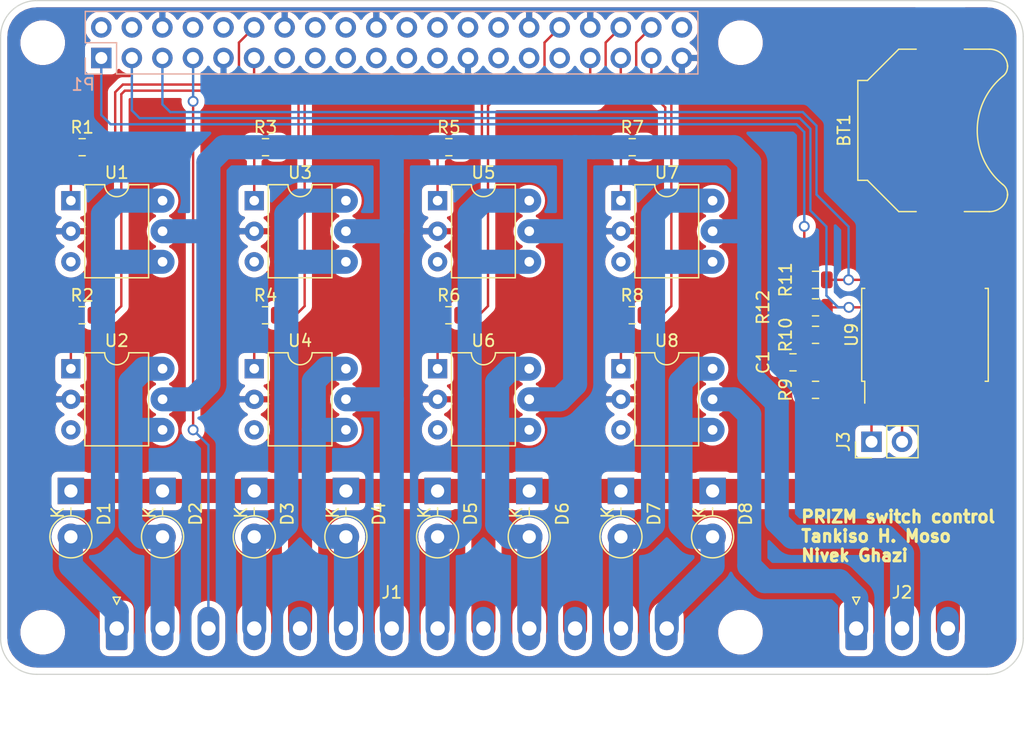
<source format=kicad_pcb>
(kicad_pcb (version 20171130) (host pcbnew 5.1.2-f72e74a~84~ubuntu19.04.1)
  (title_block (date "15 nov 2012"))
  (layers (0 F.Cu signal) (31 B.Cu signal) (34 B.Paste user) (35 F.Paste user) (36 B.SilkS user) (37 F.SilkS user) (38 B.Mask user) (39 F.Mask user) (44 Edge.Cuts user))
  (net 0 "")
  (net 1 +3V3)
  (net 2 +5V)
  (net 3 GND)
  (net 4 /GPIO5)
  (net 5 /GPIO6)
  (net 6 /GPIO26)
  (net 7 "/GPIO2(SDA1)")
  (net 8 "/GPIO3(SCL1)")
  (net 9 "/GPIO14(TXD0)")
  (net 10 "/GPIO15(RXD0)")
  (net 11 "/GPIO17(GEN0)")
  (net 12 "/GPIO12(PWM0)")
  (net 13 "/GPIO13(PWM1)")
  (net 14 "/GPIO19(SPI1_MISO)")
  (net 15 /GPIO16)
  (net 16 "/GPIO20(SPI1_MOSI)")
  (net 17 "/GPIO21(SPI1_SCK)")
  (net 18 "Net-(U1-Pad3)")
  (net 19 "Net-(U2-Pad3)")
  (net 20 "Net-(U3-Pad3)")
  (net 21 "Net-(U4-Pad3)")
  (net 22 "Net-(U5-Pad3)")
  (net 23 "Net-(U6-Pad3)")
  (net 24 "Net-(U7-Pad3)")
  (net 25 "Net-(U8-Pad3)")
  (net 26 "Net-(U9-Pad4)")
  (net 27 /POS1)
  (net 28 /POS2)
  (net 29 /POS3)
  (net 30 /POS4)
  (net 31 /POS5)
  (net 32 /POS6)
  (net 33 /RESET)
  (net 34 /NOISE-DIODE)
  (net 35 +12V)
  (net 36 "Net-(R1-Pad1)")
  (net 37 "Net-(R2-Pad1)")
  (net 38 "Net-(R3-Pad1)")
  (net 39 "Net-(R4-Pad1)")
  (net 40 "Net-(R5-Pad1)")
  (net 41 "Net-(R6-Pad1)")
  (net 42 "Net-(R7-Pad1)")
  (net 43 "Net-(R8-Pad1)")
  (net 44 +15V)
  (net 45 /ONE-WIRE)
  (net 46 "Net-(P1-Pad13)")
  (net 47 "Net-(P1-Pad15)")
  (net 48 "Net-(P1-Pad16)")
  (net 49 "Net-(P1-Pad18)")
  (net 50 "Net-(P1-Pad19)")
  (net 51 "Net-(P1-Pad21)")
  (net 52 "Net-(P1-Pad22)")
  (net 53 "Net-(P1-Pad23)")
  (net 54 "Net-(P1-Pad24)")
  (net 55 "Net-(P1-Pad26)")
  (net 56 "Net-(P1-Pad27)")
  (net 57 "Net-(P1-Pad28)")
  (net 58 "Net-(BT1-Pad1)")
  (net 59 "Net-(J3-Pad2)")
  (net 60 "Net-(J3-Pad1)")
  (net 61 GNDA)
  (net 62 "/GPIO18(GEN1)(PWM0)")
  (module Connector_Phoenix_MC:PhoenixContact_MC_1,5_3-G-3.81_1x03_P3.81mm_Horizontal (layer F.Cu) (at 271.12 146.19)
    (fp_text reference J2 (at 3.81 -3) (layer F.SilkS))
    (fp_text value Conn_01x03)
    (pad 3 thru_hole oval (at 7.62 0) (size 1.8 3.6) (drill 1.2) (layers *.Cu *.Mask) (net 61 GNDA))
    (pad 2 thru_hole oval (at 3.81 0) (size 1.8 3.6) (drill 1.2) (layers *.Cu *.Mask) (net 35 +12V))
    (pad 1 thru_hole roundrect (at 0 0) (size 1.8 3.6) (drill 1.2) (layers *.Cu *.Mask) (roundrect_rratio 0.138889) (net 44 +15V))
  )
  (module Connector_Phoenix_MC:PhoenixContact_MC_1,5_13-G-3.81_1x13_P3.81mm_Horizontal (layer F.Cu) (at 209.652 146.19)
    (fp_text reference J1 (at 22.86 -3) (layer F.SilkS))
    (fp_text value Conn_01x13)
    (pad 1 thru_hole roundrect (at 0 0) (size 1.8 3.6) (drill 1.2) (layers *.Cu *.Mask) (roundrect_rratio 0.138889) (net 27 /POS1))
    (pad 2 thru_hole oval (at 3.81 0) (size 1.8 3.6) (drill 1.2) (layers *.Cu *.Mask) (net 28 /POS2))
    (pad 3 thru_hole oval (at 7.62 0) (size 1.8 3.6) (drill 1.2) (layers *.Cu *.Mask) (net 45 /ONE-WIRE))
    (pad 4 thru_hole oval (at 11.43 0) (size 1.8 3.6) (drill 1.2) (layers *.Cu *.Mask) (net 29 /POS3))
    (pad 5 thru_hole oval (at 15.24 0) (size 1.8 3.6) (drill 1.2) (layers *.Cu *.Mask) (net 61 GNDA))
    (pad 6 thru_hole oval (at 19.05 0) (size 1.8 3.6) (drill 1.2) (layers *.Cu *.Mask) (net 30 /POS4))
    (pad 7 thru_hole oval (at 22.86 0) (size 1.8 3.6) (drill 1.2) (layers *.Cu *.Mask) (net 35 +12V))
    (pad 8 thru_hole oval (at 26.67 0) (size 1.8 3.6) (drill 1.2) (layers *.Cu *.Mask) (net 31 /POS5))
    (pad 9 thru_hole oval (at 30.48 0) (size 1.8 3.6) (drill 1.2) (layers *.Cu *.Mask) (net 61 GNDA))
    (pad 10 thru_hole oval (at 34.29 0) (size 1.8 3.6) (drill 1.2) (layers *.Cu *.Mask) (net 32 /POS6))
    (pad 11 thru_hole oval (at 38.1 0) (size 1.8 3.6) (drill 1.2) (layers *.Cu *.Mask) (net 61 GNDA))
    (pad 12 thru_hole oval (at 41.91 0) (size 1.8 3.6) (drill 1.2) (layers *.Cu *.Mask) (net 33 /RESET))
    (pad 13 thru_hole oval (at 45.72 0) (size 1.8 3.6) (drill 1.2) (layers *.Cu *.Mask) (net 34 /NOISE-DIODE))
  )
  (module Diode_THT:D_DO-41_SOD81_P3.81mm_Vertical_KathodeUp (layer F.Cu) (at 213.462 134.76 270)
    (fp_text reference D2 (at 1.905 -2.750635 90) (layer F.SilkS))
    (fp_text value D_ALT)
    (fp_text user K (at 1.8 1.1 90) (layer F.SilkS))
    (pad 1 thru_hole rect (at 0 0 270) (size 2.2 2.2) (drill 1.1) (layers *.Cu *.Mask) (net 61 GNDA))
    (pad 2 thru_hole oval (at 3.81 0 270) (size 2.2 2.2) (drill 1.1) (layers *.Cu *.Mask) (net 28 /POS2))
  )
  (module Diode_THT:D_DO-41_SOD81_P3.81mm_Vertical_KathodeUp (layer F.Cu) (at 259.182 134.76 270)
    (fp_text reference D8 (at 1.905 -2.750635 90) (layer F.SilkS))
    (fp_text value D_ALT)
    (fp_text user K (at 1.8 1.1 90) (layer F.SilkS))
    (pad 2 thru_hole oval (at 3.81 0 270) (size 2.2 2.2) (drill 1.1) (layers *.Cu *.Mask) (net 34 /NOISE-DIODE))
    (pad 1 thru_hole rect (at 0 0 270) (size 2.2 2.2) (drill 1.1) (layers *.Cu *.Mask) (net 61 GNDA))
  )
  (module Package_SO:SOIC-16W_7.5x10.3mm_P1.27mm (layer F.Cu) (at 276.835 121.782 90)
    (fp_text reference U9 (at 0 -6.1 90) (layer F.SilkS))
    (fp_text value DS3231M)
    (pad 16 smd roundrect (at 4.65 -4.445 90) (size 2.05 0.6) (layers F.Cu F.Paste F.Mask) (net 8 "/GPIO3(SCL1)"))
    (pad 15 smd roundrect (at 4.65 -3.175 90) (size 2.05 0.6) (layers F.Cu F.Paste F.Mask) (net 7 "/GPIO2(SDA1)"))
    (pad 14 smd roundrect (at 4.65 -1.905 90) (size 2.05 0.6) (layers F.Cu F.Paste F.Mask) (net 58 "Net-(BT1-Pad1)"))
    (pad 13 smd roundrect (at 4.65 -0.635 90) (size 2.05 0.6) (layers F.Cu F.Paste F.Mask) (net 3 GND))
    (pad 12 smd roundrect (at 4.65 0.635 90) (size 2.05 0.6) (layers F.Cu F.Paste F.Mask) (net 3 GND))
    (pad 11 smd roundrect (at 4.65 1.905 90) (size 2.05 0.6) (layers F.Cu F.Paste F.Mask) (net 3 GND))
    (pad 10 smd roundrect (at 4.65 3.175 90) (size 2.05 0.6) (layers F.Cu F.Paste F.Mask) (net 3 GND))
    (pad 9 smd roundrect (at 4.65 4.445 90) (size 2.05 0.6) (layers F.Cu F.Paste F.Mask) (net 3 GND))
    (pad 8 smd roundrect (at -4.65 4.445 90) (size 2.05 0.6) (layers F.Cu F.Paste F.Mask) (net 3 GND))
    (pad 7 smd roundrect (at -4.65 3.175 90) (size 2.05 0.6) (layers F.Cu F.Paste F.Mask) (net 3 GND))
    (pad 6 smd roundrect (at -4.65 1.905 90) (size 2.05 0.6) (layers F.Cu F.Paste F.Mask) (net 3 GND))
    (pad 5 smd roundrect (at -4.65 0.635 90) (size 2.05 0.6) (layers F.Cu F.Paste F.Mask) (net 3 GND))
    (pad 4 smd roundrect (at -4.65 -0.635 90) (size 2.05 0.6) (layers F.Cu F.Paste F.Mask) (net 26 "Net-(U9-Pad4)"))
    (pad 3 smd roundrect (at -4.65 -1.905 90) (size 2.05 0.6) (layers F.Cu F.Paste F.Mask) (net 59 "Net-(J3-Pad2)"))
    (pad 2 smd roundrect (at -4.65 -3.175 90) (size 2.05 0.6) (layers F.Cu F.Paste F.Mask) (net 1 +3V3))
    (pad 1 smd roundrect (at -4.65 -4.445 90) (size 2.05 0.6) (layers F.Cu F.Paste F.Mask) (net 60 "Net-(J3-Pad1)"))
  )
  (module Battery:BatteryHolder_Keystone_3000_1x12mm (layer F.Cu) (at 278.105 104.788 90)
    (fp_text reference BT1 (at 0 -8 90) (layer F.SilkS))
    (fp_text value Battery_Cell)
    (pad 2 smd rect (at 0 0 90) (size 4 4) (layers F.Cu F.Mask) (net 3 GND))
    (pad 1 smd rect (at 7.9 0 90) (size 3.5 3.3) (layers F.Cu F.Paste F.Mask) (net 58 "Net-(BT1-Pad1)"))
    (pad 1 smd rect (at -7.9 0 90) (size 3.5 3.3) (layers F.Cu F.Paste F.Mask) (net 58 "Net-(BT1-Pad1)"))
  )
  (module Resistor_SMD:R_0805_2012Metric (layer F.Cu) (at 267.7395 119.496)
    (fp_text reference R12 (at -4.3665 0 90) (layer F.SilkS))
    (fp_text value R_US)
    (pad 2 smd roundrect (at 0.9375 0) (size 0.975 1.4) (layers F.Cu F.Paste F.Mask) (net 7 "/GPIO2(SDA1)"))
    (pad 1 smd roundrect (at -0.9375 0) (size 0.975 1.4) (layers F.Cu F.Paste F.Mask) (net 1 +3V3))
  )
  (module Resistor_SMD:R_0805_2012Metric (layer F.Cu) (at 267.7395 117.21)
    (fp_text reference R11 (at -2.4915 0 90) (layer F.SilkS))
    (fp_text value R_US)
    (pad 2 smd roundrect (at 0.9375 0) (size 0.975 1.4) (layers F.Cu F.Paste F.Mask) (net 8 "/GPIO3(SCL1)"))
    (pad 1 smd roundrect (at -0.9375 0) (size 0.975 1.4) (layers F.Cu F.Paste F.Mask) (net 1 +3V3))
  )
  (module Resistor_SMD:R_0805_2012Metric (layer F.Cu) (at 267.7395 121.782 180)
    (fp_text reference R10 (at 2.4915 0 270) (layer F.SilkS))
    (fp_text value R_US)
    (pad 2 smd roundrect (at 0.9375 0 180) (size 0.975 1.4) (layers F.Cu F.Paste F.Mask) (net 1 +3V3))
    (pad 1 smd roundrect (at -0.9375 0 180) (size 0.975 1.4) (layers F.Cu F.Paste F.Mask) (net 59 "Net-(J3-Pad2)"))
  )
  (module Resistor_SMD:R_0805_2012Metric (layer F.Cu) (at 267.7395 126.354 180)
    (fp_text reference R9 (at 2.4915 0 270) (layer F.SilkS))
    (fp_text value R_US)
    (pad 2 smd roundrect (at 0.9375 0 180) (size 0.975 1.4) (layers F.Cu F.Paste F.Mask) (net 1 +3V3))
    (pad 1 smd roundrect (at -0.9375 0 180) (size 0.975 1.4) (layers F.Cu F.Paste F.Mask) (net 60 "Net-(J3-Pad1)"))
  )
  (module Connector_PinHeader_2.54mm:PinHeader_1x02_P2.54mm_Vertical (layer F.Cu) (at 272.39 130.672 90)
    (fp_text reference J3 (at 0 -2.33 90) (layer F.SilkS))
    (fp_text value Conn_01x02)
    (pad 2 thru_hole oval (at 0 2.54 90) (size 1.7 1.7) (drill 1) (layers *.Cu *.Mask) (net 59 "Net-(J3-Pad2)"))
    (pad 1 thru_hole rect (at 0 0 90) (size 1.7 1.7) (drill 1) (layers *.Cu *.Mask) (net 60 "Net-(J3-Pad1)"))
  )
  (module Capacitor_SMD:C_0805_2012Metric (layer F.Cu) (at 265.8645 124.068 180)
    (fp_text reference C1 (at 2.4915 0 90) (layer F.SilkS))
    (fp_text value C)
    (pad 2 smd roundrect (at 0.9375 0 180) (size 0.975 1.4) (layers F.Cu F.Paste F.Mask) (net 3 GND))
    (pad 1 smd roundrect (at -0.9375 0 180) (size 0.975 1.4) (layers F.Cu F.Paste F.Mask) (net 1 +3V3))
  )
  (module Diode_THT:D_DO-41_SOD81_P3.81mm_Vertical_KathodeUp (layer F.Cu) (at 251.562 134.76 270)
    (fp_text reference D7 (at 1.905 -2.750635 90) (layer F.SilkS))
    (fp_text value D_ALT)
    (fp_text user K (at 1.8 1.1 90) (layer F.SilkS))
    (pad 2 thru_hole oval (at 3.81 0 270) (size 2.2 2.2) (drill 1.1) (layers *.Cu *.Mask) (net 33 /RESET))
    (pad 1 thru_hole rect (at 0 0 270) (size 2.2 2.2) (drill 1.1) (layers *.Cu *.Mask) (net 61 GNDA))
  )
  (module Diode_THT:D_DO-41_SOD81_P3.81mm_Vertical_KathodeUp (layer F.Cu) (at 243.942 134.76 270)
    (fp_text reference D6 (at 1.905 -2.750635 90) (layer F.SilkS))
    (fp_text value D_ALT)
    (fp_text user K (at 1.8 1.1 90) (layer F.SilkS))
    (pad 2 thru_hole oval (at 3.81 0 270) (size 2.2 2.2) (drill 1.1) (layers *.Cu *.Mask) (net 32 /POS6))
    (pad 1 thru_hole rect (at 0 0 270) (size 2.2 2.2) (drill 1.1) (layers *.Cu *.Mask) (net 61 GNDA))
  )
  (module Diode_THT:D_DO-41_SOD81_P3.81mm_Vertical_KathodeUp (layer F.Cu) (at 236.322 134.76 270)
    (fp_text reference D5 (at 1.905 -2.750635 90) (layer F.SilkS))
    (fp_text value D_ALT)
    (fp_text user K (at 1.8 1.1 90) (layer F.SilkS))
    (pad 2 thru_hole oval (at 3.81 0 270) (size 2.2 2.2) (drill 1.1) (layers *.Cu *.Mask) (net 31 /POS5))
    (pad 1 thru_hole rect (at 0 0 270) (size 2.2 2.2) (drill 1.1) (layers *.Cu *.Mask) (net 61 GNDA))
  )
  (module Diode_THT:D_DO-41_SOD81_P3.81mm_Vertical_KathodeUp (layer F.Cu) (at 228.702 134.76 270)
    (fp_text reference D4 (at 1.905 -2.750635 90) (layer F.SilkS))
    (fp_text value D_ALT)
    (fp_text user K (at 1.8 1.1 90) (layer F.SilkS))
    (pad 2 thru_hole oval (at 3.81 0 270) (size 2.2 2.2) (drill 1.1) (layers *.Cu *.Mask) (net 30 /POS4))
    (pad 1 thru_hole rect (at 0 0 270) (size 2.2 2.2) (drill 1.1) (layers *.Cu *.Mask) (net 61 GNDA))
  )
  (module Diode_THT:D_DO-41_SOD81_P3.81mm_Vertical_KathodeUp (layer F.Cu) (at 221.082 134.76 270)
    (fp_text reference D3 (at 1.905 -2.750635 90) (layer F.SilkS))
    (fp_text value D_ALT)
    (fp_text user K (at 1.8 1.1 90) (layer F.SilkS))
    (pad 2 thru_hole oval (at 3.81 0 270) (size 2.2 2.2) (drill 1.1) (layers *.Cu *.Mask) (net 29 /POS3))
    (pad 1 thru_hole rect (at 0 0 270) (size 2.2 2.2) (drill 1.1) (layers *.Cu *.Mask) (net 61 GNDA))
  )
  (module Diode_THT:D_DO-41_SOD81_P3.81mm_Vertical_KathodeUp (layer F.Cu) (at 205.842 134.76 270)
    (fp_text reference D1 (at 1.905 -2.750635 90) (layer F.SilkS))
    (fp_text value D_ALT)
    (fp_text user K (at 1.8 1.1 90) (layer F.SilkS))
    (pad 1 thru_hole rect (at 0 0 270) (size 2.2 2.2) (drill 1.1) (layers *.Cu *.Mask) (net 61 GNDA))
    (pad 2 thru_hole oval (at 3.81 0 270) (size 2.2 2.2) (drill 1.1) (layers *.Cu *.Mask) (net 27 /POS1))
  )
  (module Package_DIP:DIP-6_W7.62mm (layer F.Cu) (at 221.082 110.63)
    (fp_text reference U3 (at 3.81 -2.33) (layer F.SilkS))
    (fp_text value TLP3543)
    (pad 1 thru_hole rect (at 0 0) (size 1.6 1.6) (drill 0.8) (layers *.Cu *.Mask) (net 38 "Net-(R3-Pad1)"))
    (pad 4 thru_hole oval (at 7.62 5.08) (size 1.6 1.6) (drill 0.8) (layers *.Cu *.Mask) (net 29 /POS3))
    (pad 2 thru_hole oval (at 0 2.54) (size 1.6 1.6) (drill 0.8) (layers *.Cu *.Mask) (net 3 GND))
    (pad 5 thru_hole oval (at 7.62 2.54) (size 1.6 1.6) (drill 0.8) (layers *.Cu *.Mask) (net 35 +12V))
    (pad 3 thru_hole oval (at 0 5.08) (size 1.6 1.6) (drill 0.8) (layers *.Cu *.Mask) (net 20 "Net-(U3-Pad3)"))
    (pad 6 thru_hole oval (at 7.62 0) (size 1.6 1.6) (drill 0.8) (layers *.Cu *.Mask) (net 29 /POS3))
  )
  (module Connector_PinSocket_2.54mm:PinSocket_2x20_P2.54mm_Vertical (layer B.Cu) (at 208.37 98.77 270)
    (fp_text reference P1 (at 2.208 1.512) (layer B.SilkS) (effects (justify mirror)))
    (fp_text value Conn_02x20_Odd_Even)
    (pad 1 thru_hole rect (at 0 0 270) (size 1.7 1.7) (drill 1) (layers *.Cu *.Mask) (net 1 +3V3))
    (pad 2 thru_hole oval (at -2.54 0 270) (size 1.7 1.7) (drill 1) (layers *.Cu *.Mask) (net 2 +5V))
    (pad 3 thru_hole oval (at 0 -2.54 270) (size 1.7 1.7) (drill 1) (layers *.Cu *.Mask) (net 7 "/GPIO2(SDA1)"))
    (pad 4 thru_hole oval (at -2.54 -2.54 270) (size 1.7 1.7) (drill 1) (layers *.Cu *.Mask) (net 2 +5V))
    (pad 5 thru_hole oval (at 0 -5.08 270) (size 1.7 1.7) (drill 1) (layers *.Cu *.Mask) (net 8 "/GPIO3(SCL1)"))
    (pad 6 thru_hole oval (at -2.54 -5.08 270) (size 1.7 1.7) (drill 1) (layers *.Cu *.Mask) (net 3 GND))
    (pad 7 thru_hole oval (at 0 -7.62 270) (size 1.7 1.7) (drill 1) (layers *.Cu *.Mask) (net 45 /ONE-WIRE))
    (pad 8 thru_hole oval (at -2.54 -7.62 270) (size 1.7 1.7) (drill 1) (layers *.Cu *.Mask) (net 9 "/GPIO14(TXD0)"))
    (pad 9 thru_hole oval (at 0 -10.16 270) (size 1.7 1.7) (drill 1) (layers *.Cu *.Mask) (net 3 GND))
    (pad 10 thru_hole oval (at -2.54 -10.16 270) (size 1.7 1.7) (drill 1) (layers *.Cu *.Mask) (net 10 "/GPIO15(RXD0)"))
    (pad 11 thru_hole oval (at 0 -12.7 270) (size 1.7 1.7) (drill 1) (layers *.Cu *.Mask) (net 11 "/GPIO17(GEN0)"))
    (pad 12 thru_hole oval (at -2.54 -12.7 270) (size 1.7 1.7) (drill 1) (layers *.Cu *.Mask) (net 62 "/GPIO18(GEN1)(PWM0)"))
    (pad 13 thru_hole oval (at 0 -15.24 270) (size 1.7 1.7) (drill 1) (layers *.Cu *.Mask) (net 46 "Net-(P1-Pad13)"))
    (pad 14 thru_hole oval (at -2.54 -15.24 270) (size 1.7 1.7) (drill 1) (layers *.Cu *.Mask) (net 3 GND))
    (pad 15 thru_hole oval (at 0 -17.78 270) (size 1.7 1.7) (drill 1) (layers *.Cu *.Mask) (net 47 "Net-(P1-Pad15)"))
    (pad 16 thru_hole oval (at -2.54 -17.78 270) (size 1.7 1.7) (drill 1) (layers *.Cu *.Mask) (net 48 "Net-(P1-Pad16)"))
    (pad 17 thru_hole oval (at 0 -20.32 270) (size 1.7 1.7) (drill 1) (layers *.Cu *.Mask) (net 1 +3V3))
    (pad 18 thru_hole oval (at -2.54 -20.32 270) (size 1.7 1.7) (drill 1) (layers *.Cu *.Mask) (net 49 "Net-(P1-Pad18)"))
    (pad 19 thru_hole oval (at 0 -22.86 270) (size 1.7 1.7) (drill 1) (layers *.Cu *.Mask) (net 50 "Net-(P1-Pad19)"))
    (pad 20 thru_hole oval (at -2.54 -22.86 270) (size 1.7 1.7) (drill 1) (layers *.Cu *.Mask) (net 3 GND))
    (pad 21 thru_hole oval (at 0 -25.4 270) (size 1.7 1.7) (drill 1) (layers *.Cu *.Mask) (net 51 "Net-(P1-Pad21)"))
    (pad 22 thru_hole oval (at -2.54 -25.4 270) (size 1.7 1.7) (drill 1) (layers *.Cu *.Mask) (net 52 "Net-(P1-Pad22)"))
    (pad 23 thru_hole oval (at 0 -27.94 270) (size 1.7 1.7) (drill 1) (layers *.Cu *.Mask) (net 53 "Net-(P1-Pad23)"))
    (pad 24 thru_hole oval (at -2.54 -27.94 270) (size 1.7 1.7) (drill 1) (layers *.Cu *.Mask) (net 54 "Net-(P1-Pad24)"))
    (pad 25 thru_hole oval (at 0 -30.48 270) (size 1.7 1.7) (drill 1) (layers *.Cu *.Mask) (net 3 GND))
    (pad 26 thru_hole oval (at -2.54 -30.48 270) (size 1.7 1.7) (drill 1) (layers *.Cu *.Mask) (net 55 "Net-(P1-Pad26)"))
    (pad 27 thru_hole oval (at 0 -33.02 270) (size 1.7 1.7) (drill 1) (layers *.Cu *.Mask) (net 56 "Net-(P1-Pad27)"))
    (pad 28 thru_hole oval (at -2.54 -33.02 270) (size 1.7 1.7) (drill 1) (layers *.Cu *.Mask) (net 57 "Net-(P1-Pad28)"))
    (pad 29 thru_hole oval (at 0 -35.56 270) (size 1.7 1.7) (drill 1) (layers *.Cu *.Mask) (net 4 /GPIO5))
    (pad 30 thru_hole oval (at -2.54 -35.56 270) (size 1.7 1.7) (drill 1) (layers *.Cu *.Mask) (net 3 GND))
    (pad 31 thru_hole oval (at 0 -38.1 270) (size 1.7 1.7) (drill 1) (layers *.Cu *.Mask) (net 5 /GPIO6))
    (pad 32 thru_hole oval (at -2.54 -38.1 270) (size 1.7 1.7) (drill 1) (layers *.Cu *.Mask) (net 12 "/GPIO12(PWM0)"))
    (pad 33 thru_hole oval (at 0 -40.64 270) (size 1.7 1.7) (drill 1) (layers *.Cu *.Mask) (net 13 "/GPIO13(PWM1)"))
    (pad 34 thru_hole oval (at -2.54 -40.64 270) (size 1.7 1.7) (drill 1) (layers *.Cu *.Mask) (net 3 GND))
    (pad 35 thru_hole oval (at 0 -43.18 270) (size 1.7 1.7) (drill 1) (layers *.Cu *.Mask) (net 14 "/GPIO19(SPI1_MISO)"))
    (pad 36 thru_hole oval (at -2.54 -43.18 270) (size 1.7 1.7) (drill 1) (layers *.Cu *.Mask) (net 15 /GPIO16))
    (pad 37 thru_hole oval (at 0 -45.72 270) (size 1.7 1.7) (drill 1) (layers *.Cu *.Mask) (net 6 /GPIO26))
    (pad 38 thru_hole oval (at -2.54 -45.72 270) (size 1.7 1.7) (drill 1) (layers *.Cu *.Mask) (net 16 "/GPIO20(SPI1_MOSI)"))
    (pad 39 thru_hole oval (at 0 -48.26 270) (size 1.7 1.7) (drill 1) (layers *.Cu *.Mask) (net 3 GND))
    (pad 40 thru_hole oval (at -2.54 -48.26 270) (size 1.7 1.7) (drill 1) (layers *.Cu *.Mask) (net 17 "/GPIO21(SPI1_SCK)"))
  )
  (module MountingHole:MountingHole_2.7mm_M2.5 (layer F.Cu) (at 261.5 146.5)
    (fp_text reference MK4 hide)
    (fp_text value M2.5)
    (pad 1 np_thru_hole circle (at 0 0) (size 2.7 2.7) (drill 2.7) (layers *.Cu *.Mask))
  )
  (module MountingHole:MountingHole_2.7mm_M2.5 (layer F.Cu) (at 203.5 146.5)
    (fp_text reference MK3 hide)
    (fp_text value M2.5)
    (pad 1 np_thru_hole circle (at 0 0) (size 2.7 2.7) (drill 2.7) (layers *.Cu *.Mask))
  )
  (module MountingHole:MountingHole_2.7mm_M2.5 (layer F.Cu) (at 261.5 97.5 180)
    (fp_text reference MK2 hide)
    (fp_text value M2.5)
    (pad 1 np_thru_hole circle (at 0 0 180) (size 2.7 2.7) (drill 2.7) (layers *.Cu *.Mask))
  )
  (module MountingHole:MountingHole_2.7mm_M2.5 (layer F.Cu) (at 203.5 97.5 180)
    (fp_text reference MK1 hide)
    (fp_text value M2.5)
    (pad 1 np_thru_hole circle (at 0 0 180) (size 2.7 2.7) (drill 2.7) (layers *.Cu *.Mask))
  )
  (module Resistor_SMD:R_0805_2012Metric (layer F.Cu) (at 206.7795 106.185)
    (fp_text reference R1 (at 0 -1.65) (layer F.SilkS))
    (fp_text value R_US)
    (pad 2 smd roundrect (at 0.9375 0) (size 0.975 1.4) (layers F.Cu F.Paste F.Mask) (net 62 "/GPIO18(GEN1)(PWM0)"))
    (pad 1 smd roundrect (at -0.9375 0) (size 0.975 1.4) (layers F.Cu F.Paste F.Mask) (net 36 "Net-(R1-Pad1)"))
  )
  (module Resistor_SMD:R_0805_2012Metric (layer F.Cu) (at 206.7795 120.155)
    (fp_text reference R2 (at 0 -1.65) (layer F.SilkS))
    (fp_text value R_US)
    (pad 2 smd roundrect (at 0.9375 0) (size 0.975 1.4) (layers F.Cu F.Paste F.Mask) (net 11 "/GPIO17(GEN0)"))
    (pad 1 smd roundrect (at -0.9375 0) (size 0.975 1.4) (layers F.Cu F.Paste F.Mask) (net 37 "Net-(R2-Pad1)"))
  )
  (module Resistor_SMD:R_0805_2012Metric (layer F.Cu) (at 222.0195 106.185)
    (fp_text reference R3 (at 0 -1.65) (layer F.SilkS))
    (fp_text value R_US)
    (pad 1 smd roundrect (at -0.9375 0) (size 0.975 1.4) (layers F.Cu F.Paste F.Mask) (net 38 "Net-(R3-Pad1)"))
    (pad 2 smd roundrect (at 0.9375 0) (size 0.975 1.4) (layers F.Cu F.Paste F.Mask) (net 12 "/GPIO12(PWM0)"))
  )
  (module Resistor_SMD:R_0805_2012Metric (layer F.Cu) (at 222.0195 120.155)
    (fp_text reference R4 (at 0 -1.65) (layer F.SilkS))
    (fp_text value R_US)
    (pad 2 smd roundrect (at 0.9375 0) (size 0.975 1.4) (layers F.Cu F.Paste F.Mask) (net 13 "/GPIO13(PWM1)"))
    (pad 1 smd roundrect (at -0.9375 0) (size 0.975 1.4) (layers F.Cu F.Paste F.Mask) (net 39 "Net-(R4-Pad1)"))
  )
  (module Resistor_SMD:R_0805_2012Metric (layer F.Cu) (at 237.2595 106.185)
    (fp_text reference R5 (at 0 -1.65) (layer F.SilkS))
    (fp_text value R_US)
    (pad 1 smd roundrect (at -0.9375 0) (size 0.975 1.4) (layers F.Cu F.Paste F.Mask) (net 40 "Net-(R5-Pad1)"))
    (pad 2 smd roundrect (at 0.9375 0) (size 0.975 1.4) (layers F.Cu F.Paste F.Mask) (net 15 /GPIO16))
  )
  (module Resistor_SMD:R_0805_2012Metric (layer F.Cu) (at 237.2595 120.155)
    (fp_text reference R6 (at 0 -1.65) (layer F.SilkS))
    (fp_text value R_US)
    (pad 1 smd roundrect (at -0.9375 0) (size 0.975 1.4) (layers F.Cu F.Paste F.Mask) (net 41 "Net-(R6-Pad1)"))
    (pad 2 smd roundrect (at 0.9375 0) (size 0.975 1.4) (layers F.Cu F.Paste F.Mask) (net 14 "/GPIO19(SPI1_MISO)"))
  )
  (module Resistor_SMD:R_0805_2012Metric (layer F.Cu) (at 252.4995 106.185)
    (fp_text reference R7 (at 0 -1.65) (layer F.SilkS))
    (fp_text value R_US)
    (pad 2 smd roundrect (at 0.9375 0) (size 0.975 1.4) (layers F.Cu F.Paste F.Mask) (net 16 "/GPIO20(SPI1_MOSI)"))
    (pad 1 smd roundrect (at -0.9375 0) (size 0.975 1.4) (layers F.Cu F.Paste F.Mask) (net 42 "Net-(R7-Pad1)"))
  )
  (module Resistor_SMD:R_0805_2012Metric (layer F.Cu) (at 252.4995 120.155)
    (fp_text reference R8 (at 0 -1.65) (layer F.SilkS))
    (fp_text value R_US)
    (pad 1 smd roundrect (at -0.9375 0) (size 0.975 1.4) (layers F.Cu F.Paste F.Mask) (net 43 "Net-(R8-Pad1)"))
    (pad 2 smd roundrect (at 0.9375 0) (size 0.975 1.4) (layers F.Cu F.Paste F.Mask) (net 6 /GPIO26))
  )
  (module Package_DIP:DIP-6_W7.62mm (layer F.Cu) (at 205.842 110.63)
    (fp_text reference U1 (at 3.81 -2.33) (layer F.SilkS))
    (fp_text value TLP3543)
    (pad 6 thru_hole oval (at 7.62 0) (size 1.6 1.6) (drill 0.8) (layers *.Cu *.Mask) (net 27 /POS1))
    (pad 3 thru_hole oval (at 0 5.08) (size 1.6 1.6) (drill 0.8) (layers *.Cu *.Mask) (net 18 "Net-(U1-Pad3)"))
    (pad 5 thru_hole oval (at 7.62 2.54) (size 1.6 1.6) (drill 0.8) (layers *.Cu *.Mask) (net 35 +12V))
    (pad 2 thru_hole oval (at 0 2.54) (size 1.6 1.6) (drill 0.8) (layers *.Cu *.Mask) (net 3 GND))
    (pad 4 thru_hole oval (at 7.62 5.08) (size 1.6 1.6) (drill 0.8) (layers *.Cu *.Mask) (net 27 /POS1))
    (pad 1 thru_hole rect (at 0 0) (size 1.6 1.6) (drill 0.8) (layers *.Cu *.Mask) (net 36 "Net-(R1-Pad1)"))
  )
  (module Package_DIP:DIP-6_W7.62mm (layer F.Cu) (at 205.842 124.6)
    (fp_text reference U2 (at 3.81 -2.33) (layer F.SilkS))
    (fp_text value TLP3543)
    (pad 1 thru_hole rect (at 0 0) (size 1.6 1.6) (drill 0.8) (layers *.Cu *.Mask) (net 37 "Net-(R2-Pad1)"))
    (pad 4 thru_hole oval (at 7.62 5.08) (size 1.6 1.6) (drill 0.8) (layers *.Cu *.Mask) (net 28 /POS2))
    (pad 2 thru_hole oval (at 0 2.54) (size 1.6 1.6) (drill 0.8) (layers *.Cu *.Mask) (net 3 GND))
    (pad 5 thru_hole oval (at 7.62 2.54) (size 1.6 1.6) (drill 0.8) (layers *.Cu *.Mask) (net 35 +12V))
    (pad 3 thru_hole oval (at 0 5.08) (size 1.6 1.6) (drill 0.8) (layers *.Cu *.Mask) (net 19 "Net-(U2-Pad3)"))
    (pad 6 thru_hole oval (at 7.62 0) (size 1.6 1.6) (drill 0.8) (layers *.Cu *.Mask) (net 28 /POS2))
  )
  (module Package_DIP:DIP-6_W7.62mm (layer F.Cu) (at 221.082 124.6)
    (fp_text reference U4 (at 3.81 -2.33) (layer F.SilkS))
    (fp_text value TLP3543)
    (pad 6 thru_hole oval (at 7.62 0) (size 1.6 1.6) (drill 0.8) (layers *.Cu *.Mask) (net 30 /POS4))
    (pad 3 thru_hole oval (at 0 5.08) (size 1.6 1.6) (drill 0.8) (layers *.Cu *.Mask) (net 21 "Net-(U4-Pad3)"))
    (pad 5 thru_hole oval (at 7.62 2.54) (size 1.6 1.6) (drill 0.8) (layers *.Cu *.Mask) (net 35 +12V))
    (pad 2 thru_hole oval (at 0 2.54) (size 1.6 1.6) (drill 0.8) (layers *.Cu *.Mask) (net 3 GND))
    (pad 4 thru_hole oval (at 7.62 5.08) (size 1.6 1.6) (drill 0.8) (layers *.Cu *.Mask) (net 30 /POS4))
    (pad 1 thru_hole rect (at 0 0) (size 1.6 1.6) (drill 0.8) (layers *.Cu *.Mask) (net 39 "Net-(R4-Pad1)"))
  )
  (module Package_DIP:DIP-6_W7.62mm (layer F.Cu) (at 236.322 110.63)
    (fp_text reference U5 (at 3.81 -2.33) (layer F.SilkS))
    (fp_text value TLP3543)
    (pad 1 thru_hole rect (at 0 0) (size 1.6 1.6) (drill 0.8) (layers *.Cu *.Mask) (net 40 "Net-(R5-Pad1)"))
    (pad 4 thru_hole oval (at 7.62 5.08) (size 1.6 1.6) (drill 0.8) (layers *.Cu *.Mask) (net 31 /POS5))
    (pad 2 thru_hole oval (at 0 2.54) (size 1.6 1.6) (drill 0.8) (layers *.Cu *.Mask) (net 3 GND))
    (pad 5 thru_hole oval (at 7.62 2.54) (size 1.6 1.6) (drill 0.8) (layers *.Cu *.Mask) (net 35 +12V))
    (pad 3 thru_hole oval (at 0 5.08) (size 1.6 1.6) (drill 0.8) (layers *.Cu *.Mask) (net 22 "Net-(U5-Pad3)"))
    (pad 6 thru_hole oval (at 7.62 0) (size 1.6 1.6) (drill 0.8) (layers *.Cu *.Mask) (net 31 /POS5))
  )
  (module Package_DIP:DIP-6_W7.62mm (layer F.Cu) (at 236.322 124.6)
    (fp_text reference U6 (at 3.81 -2.33) (layer F.SilkS))
    (fp_text value TLP3543)
    (pad 6 thru_hole oval (at 7.62 0) (size 1.6 1.6) (drill 0.8) (layers *.Cu *.Mask) (net 32 /POS6))
    (pad 3 thru_hole oval (at 0 5.08) (size 1.6 1.6) (drill 0.8) (layers *.Cu *.Mask) (net 23 "Net-(U6-Pad3)"))
    (pad 5 thru_hole oval (at 7.62 2.54) (size 1.6 1.6) (drill 0.8) (layers *.Cu *.Mask) (net 35 +12V))
    (pad 2 thru_hole oval (at 0 2.54) (size 1.6 1.6) (drill 0.8) (layers *.Cu *.Mask) (net 3 GND))
    (pad 4 thru_hole oval (at 7.62 5.08) (size 1.6 1.6) (drill 0.8) (layers *.Cu *.Mask) (net 32 /POS6))
    (pad 1 thru_hole rect (at 0 0) (size 1.6 1.6) (drill 0.8) (layers *.Cu *.Mask) (net 41 "Net-(R6-Pad1)"))
  )
  (module Package_DIP:DIP-6_W7.62mm (layer F.Cu) (at 251.562 110.63)
    (fp_text reference U7 (at 3.81 -2.33) (layer F.SilkS))
    (fp_text value TLP3543)
    (pad 1 thru_hole rect (at 0 0) (size 1.6 1.6) (drill 0.8) (layers *.Cu *.Mask) (net 42 "Net-(R7-Pad1)"))
    (pad 4 thru_hole oval (at 7.62 5.08) (size 1.6 1.6) (drill 0.8) (layers *.Cu *.Mask) (net 33 /RESET))
    (pad 2 thru_hole oval (at 0 2.54) (size 1.6 1.6) (drill 0.8) (layers *.Cu *.Mask) (net 3 GND))
    (pad 5 thru_hole oval (at 7.62 2.54) (size 1.6 1.6) (drill 0.8) (layers *.Cu *.Mask) (net 35 +12V))
    (pad 3 thru_hole oval (at 0 5.08) (size 1.6 1.6) (drill 0.8) (layers *.Cu *.Mask) (net 24 "Net-(U7-Pad3)"))
    (pad 6 thru_hole oval (at 7.62 0) (size 1.6 1.6) (drill 0.8) (layers *.Cu *.Mask) (net 33 /RESET))
  )
  (module Package_DIP:DIP-6_W7.62mm (layer F.Cu) (at 251.562 124.6)
    (fp_text reference U8 (at 3.81 -2.33) (layer F.SilkS))
    (fp_text value TLP3543)
    (pad 6 thru_hole oval (at 7.62 0) (size 1.6 1.6) (drill 0.8) (layers *.Cu *.Mask) (net 34 /NOISE-DIODE))
    (pad 3 thru_hole oval (at 0 5.08) (size 1.6 1.6) (drill 0.8) (layers *.Cu *.Mask) (net 25 "Net-(U8-Pad3)"))
    (pad 5 thru_hole oval (at 7.62 2.54) (size 1.6 1.6) (drill 0.8) (layers *.Cu *.Mask) (net 44 +15V))
    (pad 2 thru_hole oval (at 0 2.54) (size 1.6 1.6) (drill 0.8) (layers *.Cu *.Mask) (net 3 GND))
    (pad 4 thru_hole oval (at 7.62 5.08) (size 1.6 1.6) (drill 0.8) (layers *.Cu *.Mask) (net 34 /NOISE-DIODE))
    (pad 1 thru_hole rect (at 0 0) (size 1.6 1.6) (drill 0.8) (layers *.Cu *.Mask) (net 43 "Net-(R8-Pad1)"))
  )
  (gr_text "PRIZM switch control\nTankiso H. Moso\nNivek Ghazi" (at 266.421 138.5065) (layer F.SilkS) (effects (font (size 1 1) (thickness 0.25)) (justify left)))
  (gr_line (start 200 97) (end 200 113) (layer Edge.Cuts) (width 0.1))
  (gr_arc (start 282 97) (end 282 94) (angle 90) (layer Edge.Cuts) (width 0.1))
  (gr_arc (start 282 147) (end 285 147) (angle 90) (layer Edge.Cuts) (width 0.1))
  (gr_arc (start 203 147) (end 203 150) (angle 90) (layer Edge.Cuts) (width 0.1))
  (gr_arc (start 203 97) (end 200 97) (angle 90) (layer Edge.Cuts) (width 0.1))
  (gr_line (start 282 94) (end 203 94) (layer Edge.Cuts) (width 0.1))
  (gr_line (start 200 113) (end 200 129.68) (layer Edge.Cuts) (width 0.1))
  (gr_line (start 285 147) (end 285 97) (layer Edge.Cuts) (width 0.1))
  (gr_line (start 203 150) (end 282 150) (layer Edge.Cuts) (width 0.1))
  (gr_line (start 200 129.68) (end 200 147) (layer Edge.Cuts) (width 0.1))
  (via (at 266.802 112.765) (size 0.9) (drill 0.6) (layers F.Cu B.Cu) (net 1))
  (segment (start 266.802 124.068) (end 272.898 124.068) (width 0.2) (layer F.Cu) (net 1))
  (segment (start 273.66 124.83) (end 273.66 126.432) (width 0.2) (layer F.Cu) (net 1))
  (segment (start 272.898 124.068) (end 273.66 124.83) (width 0.2) (layer F.Cu) (net 1))
  (segment (start 266.802 112.765) (end 266.802 117.21) (width 0.2) (layer F.Cu) (net 1))
  (segment (start 266.802 125.554) (end 266.802 124.068) (width 0.2) (layer F.Cu) (net 1))
  (segment (start 266.802 126.354) (end 266.802 125.554) (width 0.2) (layer F.Cu) (net 1))
  (segment (start 266.802 123.268) (end 266.802 121.782) (width 0.2) (layer F.Cu) (net 1))
  (segment (start 266.802 124.068) (end 266.802 123.268) (width 0.2) (layer F.Cu) (net 1))
  (segment (start 266.802 121.782) (end 266.802 119.496) (width 0.2) (layer F.Cu) (net 1))
  (segment (start 266.802 118.696) (end 266.802 117.21) (width 0.2) (layer F.Cu) (net 1))
  (segment (start 266.802 119.496) (end 266.802 118.696) (width 0.2) (layer F.Cu) (net 1))
  (segment (start 266.802 111.265) (end 266.802 112.765) (width 0.2) (layer B.Cu) (net 1))
  (segment (start 266.155 104.28) (end 266.802 104.927) (width 0.2) (layer B.Cu) (net 1))
  (segment (start 209.144 104.28) (end 266.155 104.28) (width 0.2) (layer B.Cu) (net 1))
  (segment (start 208.37 98.77) (end 208.37 103.506) (width 0.2) (layer B.Cu) (net 1))
  (segment (start 208.37 103.506) (end 209.144 104.28) (width 0.2) (layer B.Cu) (net 1))
  (segment (start 266.802 104.927) (end 266.802 111.265) (width 0.2) (layer B.Cu) (net 1))
  (segment (start 254.09 100.458) (end 254.09 98.77) (width 0.2) (layer F.Cu) (net 6))
  (segment (start 255.753 102.121) (end 254.09 100.458) (width 0.2) (layer F.Cu) (net 6))
  (segment (start 255.753 119.393) (end 255.753 102.121) (width 0.2) (layer F.Cu) (net 6))
  (segment (start 253.437 120.155) (end 254.991 120.155) (width 0.2) (layer F.Cu) (net 6))
  (segment (start 254.991 120.155) (end 255.753 119.393) (width 0.2) (layer F.Cu) (net 6))
  (segment (start 268.677 119.496) (end 270.509 119.496) (width 0.2) (layer F.Cu) (net 7))
  (segment (start 272.898 119.496) (end 273.66 118.734) (width 0.2) (layer F.Cu) (net 7))
  (segment (start 273.66 118.734) (end 273.66 117.132) (width 0.2) (layer F.Cu) (net 7))
  (segment (start 270.509 119.496) (end 272.898 119.496) (width 0.2) (layer F.Cu) (net 7))
  (via (at 270.509 119.496) (size 0.9) (drill 0.6) (layers F.Cu B.Cu) (net 7))
  (segment (start 269.618604 119.496) (end 270.509 119.496) (width 0.2) (layer B.Cu) (net 7))
  (segment (start 268.6435 112.789) (end 268.6435 118.520896) (width 0.2) (layer B.Cu) (net 7))
  (segment (start 210.91 103.125) (end 211.557 103.772) (width 0.2) (layer B.Cu) (net 7))
  (segment (start 210.91 98.77) (end 210.91 103.125) (width 0.2) (layer B.Cu) (net 7))
  (segment (start 268.6435 118.520896) (end 269.618604 119.496) (width 0.2) (layer B.Cu) (net 7))
  (segment (start 211.557 103.772) (end 266.421 103.772) (width 0.2) (layer B.Cu) (net 7))
  (segment (start 267.31 111.4555) (end 268.6435 112.789) (width 0.2) (layer B.Cu) (net 7))
  (segment (start 266.421 103.772) (end 267.31 104.661) (width 0.2) (layer B.Cu) (net 7))
  (segment (start 267.31 104.661) (end 267.31 111.4555) (width 0.2) (layer B.Cu) (net 7))
  (segment (start 272.312 117.21) (end 272.39 117.132) (width 0.2) (layer F.Cu) (net 8))
  (segment (start 268.677 117.21) (end 272.312 117.21) (width 0.2) (layer F.Cu) (net 8))
  (via (at 270.485 117.21) (size 0.9) (drill 0.6) (layers F.Cu B.Cu) (net 8))
  (segment (start 213.45 102.617) (end 213.45 98.77) (width 0.2) (layer B.Cu) (net 8))
  (segment (start 214.097 103.264) (end 213.45 102.617) (width 0.2) (layer B.Cu) (net 8))
  (segment (start 270.485 112.789) (end 267.818 110.122) (width 0.2) (layer B.Cu) (net 8))
  (segment (start 266.675 103.264) (end 214.097 103.264) (width 0.2) (layer B.Cu) (net 8))
  (segment (start 270.485 117.21) (end 270.485 112.789) (width 0.2) (layer B.Cu) (net 8))
  (segment (start 267.818 110.122) (end 267.818 104.407) (width 0.2) (layer B.Cu) (net 8))
  (segment (start 267.818 104.407) (end 266.675 103.264) (width 0.2) (layer B.Cu) (net 8))
  (segment (start 209.271 120.155) (end 207.717 120.155) (width 0.2) (layer F.Cu) (net 11))
  (segment (start 221.07 100.58999) (end 220.17399 101.486) (width 0.2) (layer F.Cu) (net 11))
  (segment (start 221.07 98.77) (end 221.07 100.58999) (width 0.2) (layer F.Cu) (net 11))
  (segment (start 210.325688 101.486) (end 210.033 101.778688) (width 0.2) (layer F.Cu) (net 11))
  (segment (start 210.033 119.393) (end 209.271 120.155) (width 0.2) (layer F.Cu) (net 11))
  (segment (start 220.17399 101.486) (end 210.325688 101.486) (width 0.2) (layer F.Cu) (net 11))
  (segment (start 210.033 101.778688) (end 210.033 119.393) (width 0.2) (layer F.Cu) (net 11))
  (segment (start 224.13 106.185) (end 224.765 105.55) (width 0.2) (layer F.Cu) (net 12))
  (segment (start 245.212 97.488) (end 246.47 96.23) (width 0.2) (layer F.Cu) (net 12))
  (segment (start 244.704 100.978) (end 245.212 100.47) (width 0.2) (layer F.Cu) (net 12))
  (segment (start 222.957 106.185) (end 224.13 106.185) (width 0.2) (layer F.Cu) (net 12))
  (segment (start 224.765 105.55) (end 224.765 101.613) (width 0.2) (layer F.Cu) (net 12))
  (segment (start 224.765 101.613) (end 225.4 100.978) (width 0.2) (layer F.Cu) (net 12))
  (segment (start 245.212 100.47) (end 245.212 97.488) (width 0.2) (layer F.Cu) (net 12))
  (segment (start 225.4 100.978) (end 244.704 100.978) (width 0.2) (layer F.Cu) (net 12))
  (segment (start 248.006 101.486) (end 249.01 100.482) (width 0.2) (layer F.Cu) (net 13))
  (segment (start 224.511 120.155) (end 225.273 119.393) (width 0.2) (layer F.Cu) (net 13))
  (segment (start 222.957 120.155) (end 224.511 120.155) (width 0.2) (layer F.Cu) (net 13))
  (segment (start 249.01 100.482) (end 249.01 98.77) (width 0.2) (layer F.Cu) (net 13))
  (segment (start 225.273 119.393) (end 225.273 101.74) (width 0.2) (layer F.Cu) (net 13))
  (segment (start 225.527 101.486) (end 248.006 101.486) (width 0.2) (layer F.Cu) (net 13))
  (segment (start 225.273 101.74) (end 225.527 101.486) (width 0.2) (layer F.Cu) (net 13))
  (segment (start 251.55 100.482) (end 251.55 98.77) (width 0.2) (layer F.Cu) (net 14))
  (segment (start 249.53 102.502) (end 251.55 100.482) (width 0.2) (layer F.Cu) (net 14))
  (segment (start 239.751 120.155) (end 240.513 119.393) (width 0.2) (layer F.Cu) (net 14))
  (segment (start 238.197 120.155) (end 239.751 120.155) (width 0.2) (layer F.Cu) (net 14))
  (segment (start 240.513 119.393) (end 240.513 102.756) (width 0.2) (layer F.Cu) (net 14))
  (segment (start 240.513 102.756) (end 240.767 102.502) (width 0.2) (layer F.Cu) (net 14))
  (segment (start 240.767 102.502) (end 249.53 102.502) (width 0.2) (layer F.Cu) (net 14))
  (segment (start 250.292 97.488) (end 251.55 96.23) (width 0.2) (layer F.Cu) (net 15))
  (segment (start 248.768 101.994) (end 250.292 100.47) (width 0.2) (layer F.Cu) (net 15))
  (segment (start 250.292 100.47) (end 250.292 97.488) (width 0.2) (layer F.Cu) (net 15))
  (segment (start 239.37 106.185) (end 240.005 105.55) (width 0.2) (layer F.Cu) (net 15))
  (segment (start 238.197 106.185) (end 239.37 106.185) (width 0.2) (layer F.Cu) (net 15))
  (segment (start 240.005 102.629) (end 240.64 101.994) (width 0.2) (layer F.Cu) (net 15))
  (segment (start 240.005 105.55) (end 240.005 102.629) (width 0.2) (layer F.Cu) (net 15))
  (segment (start 240.64 101.994) (end 248.768 101.994) (width 0.2) (layer F.Cu) (net 15))
  (segment (start 252.832 97.488) (end 254.09 96.23) (width 0.2) (layer F.Cu) (net 16))
  (segment (start 254.61 106.185) (end 255.245 105.55) (width 0.2) (layer F.Cu) (net 16))
  (segment (start 255.245 105.55) (end 255.245 102.883) (width 0.2) (layer F.Cu) (net 16))
  (segment (start 253.437 106.185) (end 254.61 106.185) (width 0.2) (layer F.Cu) (net 16))
  (segment (start 252.832 100.47) (end 252.832 97.488) (width 0.2) (layer F.Cu) (net 16))
  (segment (start 255.245 102.883) (end 252.832 100.47) (width 0.2) (layer F.Cu) (net 16))
  (segment (start 213.462 110.63) (end 211.906366 110.63) (width 2) (layer B.Cu) (net 27))
  (segment (start 209.652 144.793) (end 205.842 140.983) (width 2) (layer B.Cu) (net 27))
  (segment (start 205.842 140.983) (end 205.842 138.57) (width 2) (layer B.Cu) (net 27))
  (segment (start 208.509 111.741366) (end 209.620366 110.63) (width 2) (layer B.Cu) (net 27))
  (segment (start 205.842 138.57) (end 207.493 138.57) (width 2) (layer B.Cu) (net 27))
  (segment (start 207.493 138.57) (end 208.509 137.554) (width 2) (layer B.Cu) (net 27))
  (segment (start 209.620366 110.63) (end 211.906366 110.63) (width 2) (layer B.Cu) (net 27))
  (segment (start 213.462 115.71) (end 212.33063 115.71) (width 2) (layer B.Cu) (net 27))
  (segment (start 212.33063 115.71) (end 208.509 115.71) (width 2) (layer B.Cu) (net 27))
  (segment (start 208.509 137.554) (end 208.509 115.71) (width 2) (layer B.Cu) (net 27))
  (segment (start 208.509 115.71) (end 208.509 111.741366) (width 2) (layer B.Cu) (net 27))
  (segment (start 209.652 146.19) (end 209.652 144.793) (width 2) (layer B.Cu) (net 27))
  (segment (start 213.462 146.488) (end 213.45 146.5) (width 0.2) (layer B.Cu) (net 28))
  (segment (start 213.462 138.57) (end 213.462 146.19) (width 2) (layer B.Cu) (net 28))
  (segment (start 211.906366 124.6) (end 210.795 125.711366) (width 2) (layer B.Cu) (net 28))
  (segment (start 213.462 124.6) (end 211.906366 124.6) (width 2) (layer B.Cu) (net 28))
  (segment (start 211.811 138.57) (end 213.462 138.57) (width 2) (layer B.Cu) (net 28))
  (segment (start 210.795 137.554) (end 211.811 138.57) (width 2) (layer B.Cu) (net 28))
  (segment (start 213.462 129.68) (end 212.33063 129.68) (width 2) (layer B.Cu) (net 28))
  (segment (start 210.795 125.711366) (end 210.795 129.68) (width 2) (layer B.Cu) (net 28))
  (segment (start 212.33063 129.68) (end 210.795 129.68) (width 2) (layer B.Cu) (net 28))
  (segment (start 210.795 129.68) (end 210.795 137.554) (width 2) (layer B.Cu) (net 28))
  (segment (start 221.082 146.488) (end 221.07 146.5) (width 0.2) (layer B.Cu) (net 29))
  (segment (start 221.082 138.57) (end 221.082 146.19) (width 2) (layer B.Cu) (net 29))
  (segment (start 222.733 138.57) (end 223.749 137.554) (width 2) (layer B.Cu) (net 29))
  (segment (start 221.082 138.57) (end 222.733 138.57) (width 2) (layer B.Cu) (net 29))
  (segment (start 224.860366 110.63) (end 223.749 111.741366) (width 2) (layer B.Cu) (net 29))
  (segment (start 228.702 110.63) (end 224.860366 110.63) (width 2) (layer B.Cu) (net 29))
  (segment (start 228.702 115.71) (end 223.749 115.71) (width 2) (layer B.Cu) (net 29))
  (segment (start 223.749 137.554) (end 223.749 115.71) (width 2) (layer B.Cu) (net 29))
  (segment (start 223.749 115.71) (end 223.749 111.741366) (width 2) (layer B.Cu) (net 29))
  (segment (start 228.702 146.488) (end 228.69 146.5) (width 0.2) (layer B.Cu) (net 30))
  (segment (start 228.702 140.125634) (end 228.702 146.19) (width 2) (layer B.Cu) (net 30))
  (segment (start 228.702 138.57) (end 228.702 140.125634) (width 2) (layer B.Cu) (net 30))
  (segment (start 227.051 138.57) (end 228.702 138.57) (width 2) (layer B.Cu) (net 30))
  (segment (start 226.035 137.554) (end 227.051 138.57) (width 2) (layer B.Cu) (net 30))
  (segment (start 227.57063 124.6) (end 228.702 124.6) (width 2) (layer B.Cu) (net 30))
  (segment (start 227.051 124.6) (end 227.57063 124.6) (width 2) (layer B.Cu) (net 30))
  (segment (start 226.035 125.616) (end 227.051 124.6) (width 2) (layer B.Cu) (net 30))
  (segment (start 226.035 125.711366) (end 226.035 125.616) (width 0.2) (layer B.Cu) (net 30))
  (segment (start 228.702 129.68) (end 227.57063 129.68) (width 2) (layer B.Cu) (net 30))
  (segment (start 226.035 125.711366) (end 226.035 129.68) (width 2) (layer B.Cu) (net 30))
  (segment (start 227.57063 129.68) (end 226.035 129.68) (width 2) (layer B.Cu) (net 30))
  (segment (start 226.035 129.68) (end 226.035 137.554) (width 2) (layer B.Cu) (net 30))
  (segment (start 236.322 146.488) (end 236.31 146.5) (width 0.2) (layer B.Cu) (net 31))
  (segment (start 236.322 138.57) (end 236.322 146.19) (width 2) (layer B.Cu) (net 31))
  (segment (start 237.973 138.57) (end 236.322 138.57) (width 2) (layer B.Cu) (net 31))
  (segment (start 238.989 137.554) (end 237.973 138.57) (width 2) (layer B.Cu) (net 31))
  (segment (start 240.100366 110.63) (end 238.989 111.741366) (width 2) (layer B.Cu) (net 31))
  (segment (start 243.942 110.63) (end 240.100366 110.63) (width 2) (layer B.Cu) (net 31))
  (segment (start 243.942 115.71) (end 238.989 115.71) (width 2) (layer B.Cu) (net 31))
  (segment (start 238.989 137.554) (end 238.989 115.71) (width 2) (layer B.Cu) (net 31))
  (segment (start 238.989 115.71) (end 238.989 111.741366) (width 2) (layer B.Cu) (net 31))
  (segment (start 243.942 146.488) (end 243.93 146.5) (width 0.2) (layer B.Cu) (net 32))
  (segment (start 243.942 138.57) (end 243.942 146.19) (width 2) (layer B.Cu) (net 32))
  (segment (start 242.291 138.57) (end 241.275 137.554) (width 2) (layer B.Cu) (net 32))
  (segment (start 243.942 138.57) (end 242.291 138.57) (width 2) (layer B.Cu) (net 32))
  (segment (start 242.386366 124.6) (end 241.275 125.711366) (width 2) (layer B.Cu) (net 32))
  (segment (start 243.942 124.6) (end 242.386366 124.6) (width 2) (layer B.Cu) (net 32))
  (segment (start 243.942 129.68) (end 242.81063 129.68) (width 2) (layer B.Cu) (net 32))
  (segment (start 241.275 125.711366) (end 241.275 129.68) (width 2) (layer B.Cu) (net 32))
  (segment (start 242.81063 129.68) (end 241.275 129.68) (width 2) (layer B.Cu) (net 32))
  (segment (start 241.275 129.68) (end 241.275 137.554) (width 2) (layer B.Cu) (net 32))
  (segment (start 251.562 146.488) (end 251.55 146.5) (width 0.2) (layer B.Cu) (net 33))
  (segment (start 251.562 138.57) (end 251.562 146.19) (width 2) (layer B.Cu) (net 33))
  (segment (start 253.213 138.57) (end 251.562 138.57) (width 2) (layer B.Cu) (net 33))
  (segment (start 254.229 137.554) (end 253.213 138.57) (width 2) (layer B.Cu) (net 33))
  (segment (start 255.340366 110.63) (end 254.229 111.741366) (width 2) (layer B.Cu) (net 33))
  (segment (start 259.182 110.63) (end 255.340366 110.63) (width 2) (layer B.Cu) (net 33))
  (segment (start 259.182 115.71) (end 254.229 115.71) (width 2) (layer B.Cu) (net 33))
  (segment (start 254.229 137.554) (end 254.229 115.71) (width 2) (layer B.Cu) (net 33))
  (segment (start 254.229 115.71) (end 254.229 111.741366) (width 2) (layer B.Cu) (net 33))
  (segment (start 255.372 144.793) (end 259.182 140.983) (width 2) (layer B.Cu) (net 34))
  (segment (start 259.182 138.57) (end 259.182 140.983) (width 2) (layer B.Cu) (net 34))
  (segment (start 255.372 146.19) (end 255.372 144.793) (width 2) (layer B.Cu) (net 34))
  (segment (start 257.531 138.57) (end 256.515 137.554) (width 2) (layer B.Cu) (net 34))
  (segment (start 259.182 138.57) (end 257.531 138.57) (width 2) (layer B.Cu) (net 34))
  (segment (start 257.626366 124.6) (end 256.515 125.711366) (width 2) (layer B.Cu) (net 34))
  (segment (start 259.182 124.6) (end 257.626366 124.6) (width 2) (layer B.Cu) (net 34))
  (segment (start 258.05063 129.68) (end 256.515 129.68) (width 2) (layer B.Cu) (net 34))
  (segment (start 259.182 129.68) (end 258.05063 129.68) (width 2) (layer B.Cu) (net 34))
  (segment (start 256.515 125.711366) (end 256.515 129.68) (width 2) (layer B.Cu) (net 34))
  (segment (start 256.515 129.68) (end 256.515 137.554) (width 2) (layer B.Cu) (net 34))
  (segment (start 246.482 127.14) (end 247.752 125.87) (width 2) (layer B.Cu) (net 35))
  (segment (start 247.752 125.87) (end 247.752 113.17) (width 2) (layer B.Cu) (net 35))
  (segment (start 243.942 127.14) (end 246.482 127.14) (width 2) (layer B.Cu) (net 35))
  (segment (start 216.002 127.14) (end 217.272 125.87) (width 2) (layer B.Cu) (net 35))
  (segment (start 260.96 106.185) (end 262.23 107.455) (width 2) (layer B.Cu) (net 35))
  (segment (start 217.272 107.455) (end 218.542 106.185) (width 2) (layer B.Cu) (net 35))
  (segment (start 264.516 137.3) (end 265.786 138.57) (width 2) (layer B.Cu) (net 35))
  (segment (start 274.93 139.967) (end 273.533 138.57) (width 2) (layer B.Cu) (net 35))
  (segment (start 259.182 113.17) (end 260.96 113.17) (width 2) (layer B.Cu) (net 35))
  (segment (start 274.93 139.967) (end 274.93 144.793) (width 2) (layer B.Cu) (net 35))
  (segment (start 265.786 138.57) (end 273.533 138.57) (width 2) (layer B.Cu) (net 35))
  (segment (start 264.516 127.394) (end 262.23 125.108) (width 2) (layer B.Cu) (net 35))
  (segment (start 262.23 125.108) (end 262.23 114.44) (width 2) (layer B.Cu) (net 35))
  (segment (start 264.516 127.394) (end 264.516 137.3) (width 2) (layer B.Cu) (net 35))
  (segment (start 249.276 106.185) (end 260.96 106.185) (width 2) (layer B.Cu) (net 35))
  (segment (start 232.512 106.185) (end 234.036 106.185) (width 2) (layer B.Cu) (net 35))
  (segment (start 229.83337 127.14) (end 232.512 127.14) (width 2) (layer B.Cu) (net 35))
  (segment (start 228.702 127.14) (end 229.83337 127.14) (width 2) (layer B.Cu) (net 35))
  (segment (start 232.512 146.19) (end 232.512 127.14) (width 2) (layer B.Cu) (net 35))
  (segment (start 262.23 113.17) (end 260.96 113.17) (width 2) (layer B.Cu) (net 35))
  (segment (start 262.23 113.17) (end 262.23 114.44) (width 2) (layer B.Cu) (net 35))
  (segment (start 262.23 107.455) (end 262.23 113.17) (width 2) (layer B.Cu) (net 35))
  (segment (start 232.512 113.17) (end 228.702 113.17) (width 2) (layer B.Cu) (net 35))
  (segment (start 232.512 113.17) (end 232.512 106.185) (width 2) (layer B.Cu) (net 35))
  (segment (start 232.512 127.14) (end 232.512 113.17) (width 2) (layer B.Cu) (net 35))
  (segment (start 232.512 106.185) (end 218.542 106.185) (width 2) (layer B.Cu) (net 35))
  (segment (start 213.462 127.14) (end 216.002 127.14) (width 2) (layer B.Cu) (net 35))
  (segment (start 217.272 113.17) (end 217.272 107.455) (width 2) (layer B.Cu) (net 35))
  (segment (start 217.272 113.17) (end 213.462 113.17) (width 2) (layer B.Cu) (net 35))
  (segment (start 217.272 125.87) (end 217.272 113.17) (width 2) (layer B.Cu) (net 35))
  (segment (start 243.942 113.17) (end 247.752 113.17) (width 2) (layer B.Cu) (net 35))
  (segment (start 247.752 113.17) (end 247.752 106.185) (width 2) (layer B.Cu) (net 35))
  (segment (start 234.036 106.185) (end 247.752 106.185) (width 2) (layer B.Cu) (net 35))
  (segment (start 247.752 106.185) (end 249.276 106.185) (width 2) (layer B.Cu) (net 35))
  (segment (start 205.842 106.185) (end 205.842 110.63) (width 0.2) (layer F.Cu) (net 36))
  (segment (start 205.842 124.6) (end 205.842 120.155) (width 0.2) (layer F.Cu) (net 37))
  (segment (start 221.082 110.63) (end 221.082 106.185) (width 0.2) (layer F.Cu) (net 38))
  (segment (start 221.082 124.6) (end 221.082 120.155) (width 0.2) (layer F.Cu) (net 39))
  (segment (start 236.322 110.63) (end 236.322 106.185) (width 0.2) (layer F.Cu) (net 40))
  (segment (start 236.322 124.6) (end 236.322 120.155) (width 0.2) (layer F.Cu) (net 41))
  (segment (start 251.562 110.63) (end 251.562 106.185) (width 0.2) (layer F.Cu) (net 42))
  (segment (start 251.562 124.6) (end 251.562 120.155) (width 0.2) (layer F.Cu) (net 43))
  (segment (start 271.12 146.19) (end 271.12 144.29) (width 2) (layer B.Cu) (net 44))
  (segment (start 271.12 144.29) (end 271.12 143.65) (width 2) (layer B.Cu) (net 44))
  (segment (start 262.23 140.983) (end 263.5 142.253) (width 2) (layer B.Cu) (net 44))
  (segment (start 262.23 128.41) (end 262.23 140.983) (width 2) (layer B.Cu) (net 44))
  (segment (start 263.5 142.253) (end 269.723 142.253) (width 2) (layer B.Cu) (net 44))
  (segment (start 259.182 127.14) (end 260.96 127.14) (width 2) (layer B.Cu) (net 44))
  (segment (start 271.12 143.65) (end 269.723 142.253) (width 2) (layer B.Cu) (net 44))
  (segment (start 260.96 127.14) (end 262.23 128.41) (width 2) (layer B.Cu) (net 44))
  (via (at 216.002 102.375) (size 0.9) (drill 0.6) (layers F.Cu B.Cu) (net 45))
  (segment (start 216.002 98.782) (end 215.99 98.77) (width 0.2) (layer B.Cu) (net 45))
  (segment (start 216.002 102.375) (end 216.002 98.782) (width 0.2) (layer B.Cu) (net 45))
  (segment (start 216.002 102.375) (end 216.002 129.68) (width 0.2) (layer F.Cu) (net 45))
  (segment (start 216.002 129.68) (end 216.002 129.68) (width 0.2) (layer F.Cu) (net 45))
  (via (at 216.002 129.68) (size 0.9) (drill 0.6) (layers F.Cu B.Cu) (net 45))
  (segment (start 216.002 129.68) (end 217.272 130.95) (width 0.2) (layer B.Cu) (net 45))
  (segment (start 217.272 130.95) (end 217.272 146.19) (width 0.2) (layer B.Cu) (net 45))
  (segment (start 275.92 112.688) (end 278.105 112.688) (width 0.2) (layer F.Cu) (net 58))
  (segment (start 274.93 117.132) (end 274.93 113.678) (width 0.2) (layer F.Cu) (net 58))
  (segment (start 274.93 113.678) (end 275.92 112.688) (width 0.2) (layer F.Cu) (net 58))
  (segment (start 272.67 96.888) (end 278.105 96.888) (width 0.2) (layer F.Cu) (net 58))
  (segment (start 269.469 100.089) (end 272.67 96.888) (width 0.2) (layer F.Cu) (net 58))
  (segment (start 269.469 109.487) (end 269.469 100.089) (width 0.2) (layer F.Cu) (net 58))
  (segment (start 274.93 113.678) (end 273.66 113.678) (width 0.2) (layer F.Cu) (net 58))
  (segment (start 273.66 113.678) (end 269.469 109.487) (width 0.2) (layer F.Cu) (net 58))
  (segment (start 268.677 121.782) (end 272.009 121.782) (width 0.2) (layer F.Cu) (net 59))
  (segment (start 272.009 121.782) (end 274.93 124.703) (width 0.2) (layer F.Cu) (net 59))
  (segment (start 274.93 124.703) (end 274.93 126.432) (width 0.2) (layer F.Cu) (net 59))
  (segment (start 274.93 126.432) (end 274.93 130.672) (width 0.2) (layer F.Cu) (net 59))
  (segment (start 272.312 126.354) (end 272.39 126.432) (width 0.2) (layer F.Cu) (net 60))
  (segment (start 268.677 126.354) (end 272.312 126.354) (width 0.2) (layer F.Cu) (net 60))
  (segment (start 272.39 126.432) (end 272.39 130.672) (width 0.2) (layer F.Cu) (net 60))
  (segment (start 278.74 136.157) (end 278.74 140.983) (width 2) (layer F.Cu) (net 61))
  (segment (start 278.74 136.157) (end 277.343 134.76) (width 2) (layer F.Cu) (net 61))
  (segment (start 205.842 134.76) (end 213.462 134.76) (width 2) (layer F.Cu) (net 61))
  (segment (start 228.702 134.76) (end 236.322 134.76) (width 2) (layer F.Cu) (net 61))
  (segment (start 243.942 134.76) (end 245.242 134.76) (width 2) (layer F.Cu) (net 61))
  (segment (start 252.862 134.76) (end 259.182 134.76) (width 2) (layer F.Cu) (net 61))
  (segment (start 251.562 134.76) (end 252.862 134.76) (width 0.2) (layer F.Cu) (net 61))
  (segment (start 245.242 134.76) (end 247.752 134.76) (width 2) (layer F.Cu) (net 61))
  (segment (start 247.752 146.19) (end 247.752 134.76) (width 2) (layer F.Cu) (net 61))
  (segment (start 247.752 134.76) (end 251.562 134.76) (width 2) (layer F.Cu) (net 61))
  (segment (start 224.892 134.76) (end 224.892 146.19) (width 2) (layer F.Cu) (net 61))
  (segment (start 224.892 134.76) (end 228.702 134.76) (width 2) (layer F.Cu) (net 61))
  (segment (start 221.082 134.76) (end 224.892 134.76) (width 2) (layer F.Cu) (net 61))
  (segment (start 213.462 134.76) (end 217.272 134.76) (width 2) (layer F.Cu) (net 61))
  (segment (start 217.272 134.76) (end 221.082 134.76) (width 2) (layer F.Cu) (net 61))
  (segment (start 259.182 134.76) (end 277.343 134.76) (width 2) (layer F.Cu) (net 61))
  (segment (start 278.74 140.983) (end 278.74 146.19) (width 2) (layer F.Cu) (net 61))
  (segment (start 240.132 144.19) (end 240.132 134.76) (width 2) (layer F.Cu) (net 61))
  (segment (start 240.132 146.19) (end 240.132 144.19) (width 2) (layer F.Cu) (net 61))
  (segment (start 236.322 134.76) (end 240.132 134.76) (width 2) (layer F.Cu) (net 61))
  (segment (start 240.132 134.76) (end 243.942 134.76) (width 2) (layer F.Cu) (net 61))
  (segment (start 219.812 97.488) (end 221.07 96.23) (width 0.2) (layer F.Cu) (net 62))
  (segment (start 219.812 100.47) (end 219.812 97.488) (width 0.2) (layer F.Cu) (net 62))
  (segment (start 208.89 106.185) (end 209.525 105.55) (width 0.2) (layer F.Cu) (net 62))
  (segment (start 207.717 106.185) (end 208.89 106.185) (width 0.2) (layer F.Cu) (net 62))
  (segment (start 209.525 105.55) (end 209.525 101.613) (width 0.2) (layer F.Cu) (net 62))
  (segment (start 219.304 100.978) (end 219.812 100.47) (width 0.2) (layer F.Cu) (net 62))
  (segment (start 210.16 100.978) (end 219.304 100.978) (width 0.2) (layer F.Cu) (net 62))
  (segment (start 209.525 101.613) (end 210.16 100.978) (width 0.2) (layer F.Cu) (net 62))
  (zone (net 3) (net_name GND) (layer B.Cu) (connect_pads (clearance 0.508)) (min_thickness 0.254) (fill yes (arc_segments 32) (thermal_gap 0.508) (thermal_bridge_width 0.508))
    (polygon (pts (xy 285.09 150) (xy 200 150) (xy 200 93.993) (xy 284.963 93.993) (xy 285.09 93.993)))
  )
  (zone (net 3) (net_name GND) (layer F.Cu) (connect_pads (clearance 0.508)) (min_thickness 0.254) (fill yes (arc_segments 32) (thermal_gap 0.508) (thermal_bridge_width 0.508))
    (polygon (pts (xy 285.09 150) (xy 200 150) (xy 200 93.993) (xy 285.09 93.993) (xy 285.09 149.873)))
  )
)
</source>
